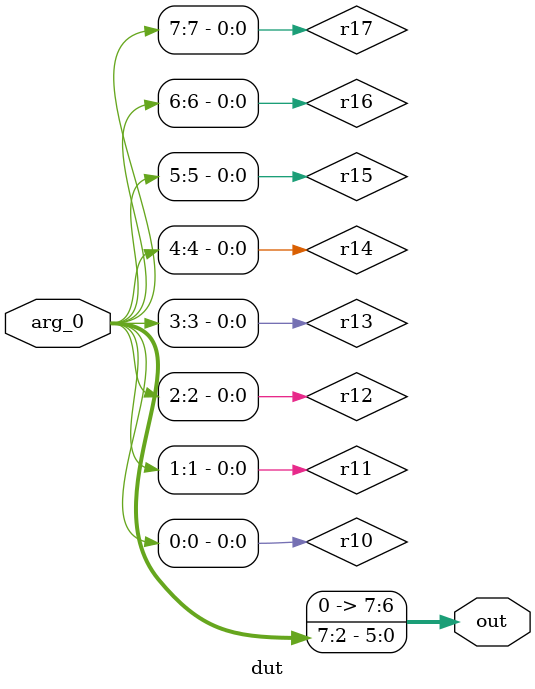
<source format=v>
module testbench();
    wire [7:0] out;
    reg [7:0] arg_0;
    dut t (.out(out),.arg_0(arg_0));
    initial begin
        arg_0 = 8'b00000000;
        #0;
        if (8'b00000000 !== out) begin
            $display("ASSERTION FAILED 0x%0h !== 0x%0h CASE 0", 8'b00000000, out);
            $finish;
        end
        arg_0 = 8'b00000001;
        #0;
        if (8'b00000000 !== out) begin
            $display("ASSERTION FAILED 0x%0h !== 0x%0h CASE 1", 8'b00000000, out);
            $finish;
        end
        arg_0 = 8'b00000010;
        #0;
        if (8'b00000000 !== out) begin
            $display("ASSERTION FAILED 0x%0h !== 0x%0h CASE 2", 8'b00000000, out);
            $finish;
        end
        arg_0 = 8'b00000011;
        #0;
        if (8'b00000000 !== out) begin
            $display("ASSERTION FAILED 0x%0h !== 0x%0h CASE 3", 8'b00000000, out);
            $finish;
        end
        arg_0 = 8'b00000100;
        #0;
        if (8'b00000001 !== out) begin
            $display("ASSERTION FAILED 0x%0h !== 0x%0h CASE 4", 8'b00000001, out);
            $finish;
        end
        arg_0 = 8'b00000101;
        #0;
        if (8'b00000001 !== out) begin
            $display("ASSERTION FAILED 0x%0h !== 0x%0h CASE 5", 8'b00000001, out);
            $finish;
        end
        arg_0 = 8'b00000110;
        #0;
        if (8'b00000001 !== out) begin
            $display("ASSERTION FAILED 0x%0h !== 0x%0h CASE 6", 8'b00000001, out);
            $finish;
        end
        arg_0 = 8'b00000111;
        #0;
        if (8'b00000001 !== out) begin
            $display("ASSERTION FAILED 0x%0h !== 0x%0h CASE 7", 8'b00000001, out);
            $finish;
        end
        arg_0 = 8'b00001000;
        #0;
        if (8'b00000010 !== out) begin
            $display("ASSERTION FAILED 0x%0h !== 0x%0h CASE 8", 8'b00000010, out);
            $finish;
        end
        arg_0 = 8'b00001001;
        #0;
        if (8'b00000010 !== out) begin
            $display("ASSERTION FAILED 0x%0h !== 0x%0h CASE 9", 8'b00000010, out);
            $finish;
        end
        arg_0 = 8'b00001010;
        #0;
        if (8'b00000010 !== out) begin
            $display("ASSERTION FAILED 0x%0h !== 0x%0h CASE 10", 8'b00000010, out);
            $finish;
        end
        arg_0 = 8'b00001011;
        #0;
        if (8'b00000010 !== out) begin
            $display("ASSERTION FAILED 0x%0h !== 0x%0h CASE 11", 8'b00000010, out);
            $finish;
        end
        arg_0 = 8'b00001100;
        #0;
        if (8'b00000011 !== out) begin
            $display("ASSERTION FAILED 0x%0h !== 0x%0h CASE 12", 8'b00000011, out);
            $finish;
        end
        arg_0 = 8'b00001101;
        #0;
        if (8'b00000011 !== out) begin
            $display("ASSERTION FAILED 0x%0h !== 0x%0h CASE 13", 8'b00000011, out);
            $finish;
        end
        arg_0 = 8'b00001110;
        #0;
        if (8'b00000011 !== out) begin
            $display("ASSERTION FAILED 0x%0h !== 0x%0h CASE 14", 8'b00000011, out);
            $finish;
        end
        arg_0 = 8'b00001111;
        #0;
        if (8'b00000011 !== out) begin
            $display("ASSERTION FAILED 0x%0h !== 0x%0h CASE 15", 8'b00000011, out);
            $finish;
        end
        arg_0 = 8'b00010000;
        #0;
        if (8'b00000100 !== out) begin
            $display("ASSERTION FAILED 0x%0h !== 0x%0h CASE 16", 8'b00000100, out);
            $finish;
        end
        arg_0 = 8'b00010001;
        #0;
        if (8'b00000100 !== out) begin
            $display("ASSERTION FAILED 0x%0h !== 0x%0h CASE 17", 8'b00000100, out);
            $finish;
        end
        arg_0 = 8'b00010010;
        #0;
        if (8'b00000100 !== out) begin
            $display("ASSERTION FAILED 0x%0h !== 0x%0h CASE 18", 8'b00000100, out);
            $finish;
        end
        arg_0 = 8'b00010011;
        #0;
        if (8'b00000100 !== out) begin
            $display("ASSERTION FAILED 0x%0h !== 0x%0h CASE 19", 8'b00000100, out);
            $finish;
        end
        arg_0 = 8'b00010100;
        #0;
        if (8'b00000101 !== out) begin
            $display("ASSERTION FAILED 0x%0h !== 0x%0h CASE 20", 8'b00000101, out);
            $finish;
        end
        arg_0 = 8'b00010101;
        #0;
        if (8'b00000101 !== out) begin
            $display("ASSERTION FAILED 0x%0h !== 0x%0h CASE 21", 8'b00000101, out);
            $finish;
        end
        arg_0 = 8'b00010110;
        #0;
        if (8'b00000101 !== out) begin
            $display("ASSERTION FAILED 0x%0h !== 0x%0h CASE 22", 8'b00000101, out);
            $finish;
        end
        arg_0 = 8'b00010111;
        #0;
        if (8'b00000101 !== out) begin
            $display("ASSERTION FAILED 0x%0h !== 0x%0h CASE 23", 8'b00000101, out);
            $finish;
        end
        arg_0 = 8'b00011000;
        #0;
        if (8'b00000110 !== out) begin
            $display("ASSERTION FAILED 0x%0h !== 0x%0h CASE 24", 8'b00000110, out);
            $finish;
        end
        arg_0 = 8'b00011001;
        #0;
        if (8'b00000110 !== out) begin
            $display("ASSERTION FAILED 0x%0h !== 0x%0h CASE 25", 8'b00000110, out);
            $finish;
        end
        arg_0 = 8'b00011010;
        #0;
        if (8'b00000110 !== out) begin
            $display("ASSERTION FAILED 0x%0h !== 0x%0h CASE 26", 8'b00000110, out);
            $finish;
        end
        arg_0 = 8'b00011011;
        #0;
        if (8'b00000110 !== out) begin
            $display("ASSERTION FAILED 0x%0h !== 0x%0h CASE 27", 8'b00000110, out);
            $finish;
        end
        arg_0 = 8'b00011100;
        #0;
        if (8'b00000111 !== out) begin
            $display("ASSERTION FAILED 0x%0h !== 0x%0h CASE 28", 8'b00000111, out);
            $finish;
        end
        arg_0 = 8'b00011101;
        #0;
        if (8'b00000111 !== out) begin
            $display("ASSERTION FAILED 0x%0h !== 0x%0h CASE 29", 8'b00000111, out);
            $finish;
        end
        arg_0 = 8'b00011110;
        #0;
        if (8'b00000111 !== out) begin
            $display("ASSERTION FAILED 0x%0h !== 0x%0h CASE 30", 8'b00000111, out);
            $finish;
        end
        arg_0 = 8'b00011111;
        #0;
        if (8'b00000111 !== out) begin
            $display("ASSERTION FAILED 0x%0h !== 0x%0h CASE 31", 8'b00000111, out);
            $finish;
        end
        arg_0 = 8'b00100000;
        #0;
        if (8'b00001000 !== out) begin
            $display("ASSERTION FAILED 0x%0h !== 0x%0h CASE 32", 8'b00001000, out);
            $finish;
        end
        arg_0 = 8'b00100001;
        #0;
        if (8'b00001000 !== out) begin
            $display("ASSERTION FAILED 0x%0h !== 0x%0h CASE 33", 8'b00001000, out);
            $finish;
        end
        arg_0 = 8'b00100010;
        #0;
        if (8'b00001000 !== out) begin
            $display("ASSERTION FAILED 0x%0h !== 0x%0h CASE 34", 8'b00001000, out);
            $finish;
        end
        arg_0 = 8'b00100011;
        #0;
        if (8'b00001000 !== out) begin
            $display("ASSERTION FAILED 0x%0h !== 0x%0h CASE 35", 8'b00001000, out);
            $finish;
        end
        arg_0 = 8'b00100100;
        #0;
        if (8'b00001001 !== out) begin
            $display("ASSERTION FAILED 0x%0h !== 0x%0h CASE 36", 8'b00001001, out);
            $finish;
        end
        arg_0 = 8'b00100101;
        #0;
        if (8'b00001001 !== out) begin
            $display("ASSERTION FAILED 0x%0h !== 0x%0h CASE 37", 8'b00001001, out);
            $finish;
        end
        arg_0 = 8'b00100110;
        #0;
        if (8'b00001001 !== out) begin
            $display("ASSERTION FAILED 0x%0h !== 0x%0h CASE 38", 8'b00001001, out);
            $finish;
        end
        arg_0 = 8'b00100111;
        #0;
        if (8'b00001001 !== out) begin
            $display("ASSERTION FAILED 0x%0h !== 0x%0h CASE 39", 8'b00001001, out);
            $finish;
        end
        arg_0 = 8'b00101000;
        #0;
        if (8'b00001010 !== out) begin
            $display("ASSERTION FAILED 0x%0h !== 0x%0h CASE 40", 8'b00001010, out);
            $finish;
        end
        arg_0 = 8'b00101001;
        #0;
        if (8'b00001010 !== out) begin
            $display("ASSERTION FAILED 0x%0h !== 0x%0h CASE 41", 8'b00001010, out);
            $finish;
        end
        arg_0 = 8'b00101010;
        #0;
        if (8'b00001010 !== out) begin
            $display("ASSERTION FAILED 0x%0h !== 0x%0h CASE 42", 8'b00001010, out);
            $finish;
        end
        arg_0 = 8'b00101011;
        #0;
        if (8'b00001010 !== out) begin
            $display("ASSERTION FAILED 0x%0h !== 0x%0h CASE 43", 8'b00001010, out);
            $finish;
        end
        arg_0 = 8'b00101100;
        #0;
        if (8'b00001011 !== out) begin
            $display("ASSERTION FAILED 0x%0h !== 0x%0h CASE 44", 8'b00001011, out);
            $finish;
        end
        arg_0 = 8'b00101101;
        #0;
        if (8'b00001011 !== out) begin
            $display("ASSERTION FAILED 0x%0h !== 0x%0h CASE 45", 8'b00001011, out);
            $finish;
        end
        arg_0 = 8'b00101110;
        #0;
        if (8'b00001011 !== out) begin
            $display("ASSERTION FAILED 0x%0h !== 0x%0h CASE 46", 8'b00001011, out);
            $finish;
        end
        arg_0 = 8'b00101111;
        #0;
        if (8'b00001011 !== out) begin
            $display("ASSERTION FAILED 0x%0h !== 0x%0h CASE 47", 8'b00001011, out);
            $finish;
        end
        arg_0 = 8'b00110000;
        #0;
        if (8'b00001100 !== out) begin
            $display("ASSERTION FAILED 0x%0h !== 0x%0h CASE 48", 8'b00001100, out);
            $finish;
        end
        arg_0 = 8'b00110001;
        #0;
        if (8'b00001100 !== out) begin
            $display("ASSERTION FAILED 0x%0h !== 0x%0h CASE 49", 8'b00001100, out);
            $finish;
        end
        arg_0 = 8'b00110010;
        #0;
        if (8'b00001100 !== out) begin
            $display("ASSERTION FAILED 0x%0h !== 0x%0h CASE 50", 8'b00001100, out);
            $finish;
        end
        arg_0 = 8'b00110011;
        #0;
        if (8'b00001100 !== out) begin
            $display("ASSERTION FAILED 0x%0h !== 0x%0h CASE 51", 8'b00001100, out);
            $finish;
        end
        arg_0 = 8'b00110100;
        #0;
        if (8'b00001101 !== out) begin
            $display("ASSERTION FAILED 0x%0h !== 0x%0h CASE 52", 8'b00001101, out);
            $finish;
        end
        arg_0 = 8'b00110101;
        #0;
        if (8'b00001101 !== out) begin
            $display("ASSERTION FAILED 0x%0h !== 0x%0h CASE 53", 8'b00001101, out);
            $finish;
        end
        arg_0 = 8'b00110110;
        #0;
        if (8'b00001101 !== out) begin
            $display("ASSERTION FAILED 0x%0h !== 0x%0h CASE 54", 8'b00001101, out);
            $finish;
        end
        arg_0 = 8'b00110111;
        #0;
        if (8'b00001101 !== out) begin
            $display("ASSERTION FAILED 0x%0h !== 0x%0h CASE 55", 8'b00001101, out);
            $finish;
        end
        arg_0 = 8'b00111000;
        #0;
        if (8'b00001110 !== out) begin
            $display("ASSERTION FAILED 0x%0h !== 0x%0h CASE 56", 8'b00001110, out);
            $finish;
        end
        arg_0 = 8'b00111001;
        #0;
        if (8'b00001110 !== out) begin
            $display("ASSERTION FAILED 0x%0h !== 0x%0h CASE 57", 8'b00001110, out);
            $finish;
        end
        arg_0 = 8'b00111010;
        #0;
        if (8'b00001110 !== out) begin
            $display("ASSERTION FAILED 0x%0h !== 0x%0h CASE 58", 8'b00001110, out);
            $finish;
        end
        arg_0 = 8'b00111011;
        #0;
        if (8'b00001110 !== out) begin
            $display("ASSERTION FAILED 0x%0h !== 0x%0h CASE 59", 8'b00001110, out);
            $finish;
        end
        arg_0 = 8'b00111100;
        #0;
        if (8'b00001111 !== out) begin
            $display("ASSERTION FAILED 0x%0h !== 0x%0h CASE 60", 8'b00001111, out);
            $finish;
        end
        arg_0 = 8'b00111101;
        #0;
        if (8'b00001111 !== out) begin
            $display("ASSERTION FAILED 0x%0h !== 0x%0h CASE 61", 8'b00001111, out);
            $finish;
        end
        arg_0 = 8'b00111110;
        #0;
        if (8'b00001111 !== out) begin
            $display("ASSERTION FAILED 0x%0h !== 0x%0h CASE 62", 8'b00001111, out);
            $finish;
        end
        arg_0 = 8'b00111111;
        #0;
        if (8'b00001111 !== out) begin
            $display("ASSERTION FAILED 0x%0h !== 0x%0h CASE 63", 8'b00001111, out);
            $finish;
        end
        arg_0 = 8'b01000000;
        #0;
        if (8'b00010000 !== out) begin
            $display("ASSERTION FAILED 0x%0h !== 0x%0h CASE 64", 8'b00010000, out);
            $finish;
        end
        arg_0 = 8'b01000001;
        #0;
        if (8'b00010000 !== out) begin
            $display("ASSERTION FAILED 0x%0h !== 0x%0h CASE 65", 8'b00010000, out);
            $finish;
        end
        arg_0 = 8'b01000010;
        #0;
        if (8'b00010000 !== out) begin
            $display("ASSERTION FAILED 0x%0h !== 0x%0h CASE 66", 8'b00010000, out);
            $finish;
        end
        arg_0 = 8'b01000011;
        #0;
        if (8'b00010000 !== out) begin
            $display("ASSERTION FAILED 0x%0h !== 0x%0h CASE 67", 8'b00010000, out);
            $finish;
        end
        arg_0 = 8'b01000100;
        #0;
        if (8'b00010001 !== out) begin
            $display("ASSERTION FAILED 0x%0h !== 0x%0h CASE 68", 8'b00010001, out);
            $finish;
        end
        arg_0 = 8'b01000101;
        #0;
        if (8'b00010001 !== out) begin
            $display("ASSERTION FAILED 0x%0h !== 0x%0h CASE 69", 8'b00010001, out);
            $finish;
        end
        arg_0 = 8'b01000110;
        #0;
        if (8'b00010001 !== out) begin
            $display("ASSERTION FAILED 0x%0h !== 0x%0h CASE 70", 8'b00010001, out);
            $finish;
        end
        arg_0 = 8'b01000111;
        #0;
        if (8'b00010001 !== out) begin
            $display("ASSERTION FAILED 0x%0h !== 0x%0h CASE 71", 8'b00010001, out);
            $finish;
        end
        arg_0 = 8'b01001000;
        #0;
        if (8'b00010010 !== out) begin
            $display("ASSERTION FAILED 0x%0h !== 0x%0h CASE 72", 8'b00010010, out);
            $finish;
        end
        arg_0 = 8'b01001001;
        #0;
        if (8'b00010010 !== out) begin
            $display("ASSERTION FAILED 0x%0h !== 0x%0h CASE 73", 8'b00010010, out);
            $finish;
        end
        arg_0 = 8'b01001010;
        #0;
        if (8'b00010010 !== out) begin
            $display("ASSERTION FAILED 0x%0h !== 0x%0h CASE 74", 8'b00010010, out);
            $finish;
        end
        arg_0 = 8'b01001011;
        #0;
        if (8'b00010010 !== out) begin
            $display("ASSERTION FAILED 0x%0h !== 0x%0h CASE 75", 8'b00010010, out);
            $finish;
        end
        arg_0 = 8'b01001100;
        #0;
        if (8'b00010011 !== out) begin
            $display("ASSERTION FAILED 0x%0h !== 0x%0h CASE 76", 8'b00010011, out);
            $finish;
        end
        arg_0 = 8'b01001101;
        #0;
        if (8'b00010011 !== out) begin
            $display("ASSERTION FAILED 0x%0h !== 0x%0h CASE 77", 8'b00010011, out);
            $finish;
        end
        arg_0 = 8'b01001110;
        #0;
        if (8'b00010011 !== out) begin
            $display("ASSERTION FAILED 0x%0h !== 0x%0h CASE 78", 8'b00010011, out);
            $finish;
        end
        arg_0 = 8'b01001111;
        #0;
        if (8'b00010011 !== out) begin
            $display("ASSERTION FAILED 0x%0h !== 0x%0h CASE 79", 8'b00010011, out);
            $finish;
        end
        arg_0 = 8'b01010000;
        #0;
        if (8'b00010100 !== out) begin
            $display("ASSERTION FAILED 0x%0h !== 0x%0h CASE 80", 8'b00010100, out);
            $finish;
        end
        arg_0 = 8'b01010001;
        #0;
        if (8'b00010100 !== out) begin
            $display("ASSERTION FAILED 0x%0h !== 0x%0h CASE 81", 8'b00010100, out);
            $finish;
        end
        arg_0 = 8'b01010010;
        #0;
        if (8'b00010100 !== out) begin
            $display("ASSERTION FAILED 0x%0h !== 0x%0h CASE 82", 8'b00010100, out);
            $finish;
        end
        arg_0 = 8'b01010011;
        #0;
        if (8'b00010100 !== out) begin
            $display("ASSERTION FAILED 0x%0h !== 0x%0h CASE 83", 8'b00010100, out);
            $finish;
        end
        arg_0 = 8'b01010100;
        #0;
        if (8'b00010101 !== out) begin
            $display("ASSERTION FAILED 0x%0h !== 0x%0h CASE 84", 8'b00010101, out);
            $finish;
        end
        arg_0 = 8'b01010101;
        #0;
        if (8'b00010101 !== out) begin
            $display("ASSERTION FAILED 0x%0h !== 0x%0h CASE 85", 8'b00010101, out);
            $finish;
        end
        arg_0 = 8'b01010110;
        #0;
        if (8'b00010101 !== out) begin
            $display("ASSERTION FAILED 0x%0h !== 0x%0h CASE 86", 8'b00010101, out);
            $finish;
        end
        arg_0 = 8'b01010111;
        #0;
        if (8'b00010101 !== out) begin
            $display("ASSERTION FAILED 0x%0h !== 0x%0h CASE 87", 8'b00010101, out);
            $finish;
        end
        arg_0 = 8'b01011000;
        #0;
        if (8'b00010110 !== out) begin
            $display("ASSERTION FAILED 0x%0h !== 0x%0h CASE 88", 8'b00010110, out);
            $finish;
        end
        arg_0 = 8'b01011001;
        #0;
        if (8'b00010110 !== out) begin
            $display("ASSERTION FAILED 0x%0h !== 0x%0h CASE 89", 8'b00010110, out);
            $finish;
        end
        arg_0 = 8'b01011010;
        #0;
        if (8'b00010110 !== out) begin
            $display("ASSERTION FAILED 0x%0h !== 0x%0h CASE 90", 8'b00010110, out);
            $finish;
        end
        arg_0 = 8'b01011011;
        #0;
        if (8'b00010110 !== out) begin
            $display("ASSERTION FAILED 0x%0h !== 0x%0h CASE 91", 8'b00010110, out);
            $finish;
        end
        arg_0 = 8'b01011100;
        #0;
        if (8'b00010111 !== out) begin
            $display("ASSERTION FAILED 0x%0h !== 0x%0h CASE 92", 8'b00010111, out);
            $finish;
        end
        arg_0 = 8'b01011101;
        #0;
        if (8'b00010111 !== out) begin
            $display("ASSERTION FAILED 0x%0h !== 0x%0h CASE 93", 8'b00010111, out);
            $finish;
        end
        arg_0 = 8'b01011110;
        #0;
        if (8'b00010111 !== out) begin
            $display("ASSERTION FAILED 0x%0h !== 0x%0h CASE 94", 8'b00010111, out);
            $finish;
        end
        arg_0 = 8'b01011111;
        #0;
        if (8'b00010111 !== out) begin
            $display("ASSERTION FAILED 0x%0h !== 0x%0h CASE 95", 8'b00010111, out);
            $finish;
        end
        arg_0 = 8'b01100000;
        #0;
        if (8'b00011000 !== out) begin
            $display("ASSERTION FAILED 0x%0h !== 0x%0h CASE 96", 8'b00011000, out);
            $finish;
        end
        arg_0 = 8'b01100001;
        #0;
        if (8'b00011000 !== out) begin
            $display("ASSERTION FAILED 0x%0h !== 0x%0h CASE 97", 8'b00011000, out);
            $finish;
        end
        arg_0 = 8'b01100010;
        #0;
        if (8'b00011000 !== out) begin
            $display("ASSERTION FAILED 0x%0h !== 0x%0h CASE 98", 8'b00011000, out);
            $finish;
        end
        arg_0 = 8'b01100011;
        #0;
        if (8'b00011000 !== out) begin
            $display("ASSERTION FAILED 0x%0h !== 0x%0h CASE 99", 8'b00011000, out);
            $finish;
        end
        arg_0 = 8'b01100100;
        #0;
        if (8'b00011001 !== out) begin
            $display("ASSERTION FAILED 0x%0h !== 0x%0h CASE 100", 8'b00011001, out);
            $finish;
        end
        arg_0 = 8'b01100101;
        #0;
        if (8'b00011001 !== out) begin
            $display("ASSERTION FAILED 0x%0h !== 0x%0h CASE 101", 8'b00011001, out);
            $finish;
        end
        arg_0 = 8'b01100110;
        #0;
        if (8'b00011001 !== out) begin
            $display("ASSERTION FAILED 0x%0h !== 0x%0h CASE 102", 8'b00011001, out);
            $finish;
        end
        arg_0 = 8'b01100111;
        #0;
        if (8'b00011001 !== out) begin
            $display("ASSERTION FAILED 0x%0h !== 0x%0h CASE 103", 8'b00011001, out);
            $finish;
        end
        arg_0 = 8'b01101000;
        #0;
        if (8'b00011010 !== out) begin
            $display("ASSERTION FAILED 0x%0h !== 0x%0h CASE 104", 8'b00011010, out);
            $finish;
        end
        arg_0 = 8'b01101001;
        #0;
        if (8'b00011010 !== out) begin
            $display("ASSERTION FAILED 0x%0h !== 0x%0h CASE 105", 8'b00011010, out);
            $finish;
        end
        arg_0 = 8'b01101010;
        #0;
        if (8'b00011010 !== out) begin
            $display("ASSERTION FAILED 0x%0h !== 0x%0h CASE 106", 8'b00011010, out);
            $finish;
        end
        arg_0 = 8'b01101011;
        #0;
        if (8'b00011010 !== out) begin
            $display("ASSERTION FAILED 0x%0h !== 0x%0h CASE 107", 8'b00011010, out);
            $finish;
        end
        arg_0 = 8'b01101100;
        #0;
        if (8'b00011011 !== out) begin
            $display("ASSERTION FAILED 0x%0h !== 0x%0h CASE 108", 8'b00011011, out);
            $finish;
        end
        arg_0 = 8'b01101101;
        #0;
        if (8'b00011011 !== out) begin
            $display("ASSERTION FAILED 0x%0h !== 0x%0h CASE 109", 8'b00011011, out);
            $finish;
        end
        arg_0 = 8'b01101110;
        #0;
        if (8'b00011011 !== out) begin
            $display("ASSERTION FAILED 0x%0h !== 0x%0h CASE 110", 8'b00011011, out);
            $finish;
        end
        arg_0 = 8'b01101111;
        #0;
        if (8'b00011011 !== out) begin
            $display("ASSERTION FAILED 0x%0h !== 0x%0h CASE 111", 8'b00011011, out);
            $finish;
        end
        arg_0 = 8'b01110000;
        #0;
        if (8'b00011100 !== out) begin
            $display("ASSERTION FAILED 0x%0h !== 0x%0h CASE 112", 8'b00011100, out);
            $finish;
        end
        arg_0 = 8'b01110001;
        #0;
        if (8'b00011100 !== out) begin
            $display("ASSERTION FAILED 0x%0h !== 0x%0h CASE 113", 8'b00011100, out);
            $finish;
        end
        arg_0 = 8'b01110010;
        #0;
        if (8'b00011100 !== out) begin
            $display("ASSERTION FAILED 0x%0h !== 0x%0h CASE 114", 8'b00011100, out);
            $finish;
        end
        arg_0 = 8'b01110011;
        #0;
        if (8'b00011100 !== out) begin
            $display("ASSERTION FAILED 0x%0h !== 0x%0h CASE 115", 8'b00011100, out);
            $finish;
        end
        arg_0 = 8'b01110100;
        #0;
        if (8'b00011101 !== out) begin
            $display("ASSERTION FAILED 0x%0h !== 0x%0h CASE 116", 8'b00011101, out);
            $finish;
        end
        arg_0 = 8'b01110101;
        #0;
        if (8'b00011101 !== out) begin
            $display("ASSERTION FAILED 0x%0h !== 0x%0h CASE 117", 8'b00011101, out);
            $finish;
        end
        arg_0 = 8'b01110110;
        #0;
        if (8'b00011101 !== out) begin
            $display("ASSERTION FAILED 0x%0h !== 0x%0h CASE 118", 8'b00011101, out);
            $finish;
        end
        arg_0 = 8'b01110111;
        #0;
        if (8'b00011101 !== out) begin
            $display("ASSERTION FAILED 0x%0h !== 0x%0h CASE 119", 8'b00011101, out);
            $finish;
        end
        arg_0 = 8'b01111000;
        #0;
        if (8'b00011110 !== out) begin
            $display("ASSERTION FAILED 0x%0h !== 0x%0h CASE 120", 8'b00011110, out);
            $finish;
        end
        arg_0 = 8'b01111001;
        #0;
        if (8'b00011110 !== out) begin
            $display("ASSERTION FAILED 0x%0h !== 0x%0h CASE 121", 8'b00011110, out);
            $finish;
        end
        arg_0 = 8'b01111010;
        #0;
        if (8'b00011110 !== out) begin
            $display("ASSERTION FAILED 0x%0h !== 0x%0h CASE 122", 8'b00011110, out);
            $finish;
        end
        arg_0 = 8'b01111011;
        #0;
        if (8'b00011110 !== out) begin
            $display("ASSERTION FAILED 0x%0h !== 0x%0h CASE 123", 8'b00011110, out);
            $finish;
        end
        arg_0 = 8'b01111100;
        #0;
        if (8'b00011111 !== out) begin
            $display("ASSERTION FAILED 0x%0h !== 0x%0h CASE 124", 8'b00011111, out);
            $finish;
        end
        arg_0 = 8'b01111101;
        #0;
        if (8'b00011111 !== out) begin
            $display("ASSERTION FAILED 0x%0h !== 0x%0h CASE 125", 8'b00011111, out);
            $finish;
        end
        arg_0 = 8'b01111110;
        #0;
        if (8'b00011111 !== out) begin
            $display("ASSERTION FAILED 0x%0h !== 0x%0h CASE 126", 8'b00011111, out);
            $finish;
        end
        arg_0 = 8'b01111111;
        #0;
        if (8'b00011111 !== out) begin
            $display("ASSERTION FAILED 0x%0h !== 0x%0h CASE 127", 8'b00011111, out);
            $finish;
        end
        arg_0 = 8'b10000000;
        #0;
        if (8'b00100000 !== out) begin
            $display("ASSERTION FAILED 0x%0h !== 0x%0h CASE 128", 8'b00100000, out);
            $finish;
        end
        arg_0 = 8'b10000001;
        #0;
        if (8'b00100000 !== out) begin
            $display("ASSERTION FAILED 0x%0h !== 0x%0h CASE 129", 8'b00100000, out);
            $finish;
        end
        arg_0 = 8'b10000010;
        #0;
        if (8'b00100000 !== out) begin
            $display("ASSERTION FAILED 0x%0h !== 0x%0h CASE 130", 8'b00100000, out);
            $finish;
        end
        arg_0 = 8'b10000011;
        #0;
        if (8'b00100000 !== out) begin
            $display("ASSERTION FAILED 0x%0h !== 0x%0h CASE 131", 8'b00100000, out);
            $finish;
        end
        arg_0 = 8'b10000100;
        #0;
        if (8'b00100001 !== out) begin
            $display("ASSERTION FAILED 0x%0h !== 0x%0h CASE 132", 8'b00100001, out);
            $finish;
        end
        arg_0 = 8'b10000101;
        #0;
        if (8'b00100001 !== out) begin
            $display("ASSERTION FAILED 0x%0h !== 0x%0h CASE 133", 8'b00100001, out);
            $finish;
        end
        arg_0 = 8'b10000110;
        #0;
        if (8'b00100001 !== out) begin
            $display("ASSERTION FAILED 0x%0h !== 0x%0h CASE 134", 8'b00100001, out);
            $finish;
        end
        arg_0 = 8'b10000111;
        #0;
        if (8'b00100001 !== out) begin
            $display("ASSERTION FAILED 0x%0h !== 0x%0h CASE 135", 8'b00100001, out);
            $finish;
        end
        arg_0 = 8'b10001000;
        #0;
        if (8'b00100010 !== out) begin
            $display("ASSERTION FAILED 0x%0h !== 0x%0h CASE 136", 8'b00100010, out);
            $finish;
        end
        arg_0 = 8'b10001001;
        #0;
        if (8'b00100010 !== out) begin
            $display("ASSERTION FAILED 0x%0h !== 0x%0h CASE 137", 8'b00100010, out);
            $finish;
        end
        arg_0 = 8'b10001010;
        #0;
        if (8'b00100010 !== out) begin
            $display("ASSERTION FAILED 0x%0h !== 0x%0h CASE 138", 8'b00100010, out);
            $finish;
        end
        arg_0 = 8'b10001011;
        #0;
        if (8'b00100010 !== out) begin
            $display("ASSERTION FAILED 0x%0h !== 0x%0h CASE 139", 8'b00100010, out);
            $finish;
        end
        arg_0 = 8'b10001100;
        #0;
        if (8'b00100011 !== out) begin
            $display("ASSERTION FAILED 0x%0h !== 0x%0h CASE 140", 8'b00100011, out);
            $finish;
        end
        arg_0 = 8'b10001101;
        #0;
        if (8'b00100011 !== out) begin
            $display("ASSERTION FAILED 0x%0h !== 0x%0h CASE 141", 8'b00100011, out);
            $finish;
        end
        arg_0 = 8'b10001110;
        #0;
        if (8'b00100011 !== out) begin
            $display("ASSERTION FAILED 0x%0h !== 0x%0h CASE 142", 8'b00100011, out);
            $finish;
        end
        arg_0 = 8'b10001111;
        #0;
        if (8'b00100011 !== out) begin
            $display("ASSERTION FAILED 0x%0h !== 0x%0h CASE 143", 8'b00100011, out);
            $finish;
        end
        arg_0 = 8'b10010000;
        #0;
        if (8'b00100100 !== out) begin
            $display("ASSERTION FAILED 0x%0h !== 0x%0h CASE 144", 8'b00100100, out);
            $finish;
        end
        arg_0 = 8'b10010001;
        #0;
        if (8'b00100100 !== out) begin
            $display("ASSERTION FAILED 0x%0h !== 0x%0h CASE 145", 8'b00100100, out);
            $finish;
        end
        arg_0 = 8'b10010010;
        #0;
        if (8'b00100100 !== out) begin
            $display("ASSERTION FAILED 0x%0h !== 0x%0h CASE 146", 8'b00100100, out);
            $finish;
        end
        arg_0 = 8'b10010011;
        #0;
        if (8'b00100100 !== out) begin
            $display("ASSERTION FAILED 0x%0h !== 0x%0h CASE 147", 8'b00100100, out);
            $finish;
        end
        arg_0 = 8'b10010100;
        #0;
        if (8'b00100101 !== out) begin
            $display("ASSERTION FAILED 0x%0h !== 0x%0h CASE 148", 8'b00100101, out);
            $finish;
        end
        arg_0 = 8'b10010101;
        #0;
        if (8'b00100101 !== out) begin
            $display("ASSERTION FAILED 0x%0h !== 0x%0h CASE 149", 8'b00100101, out);
            $finish;
        end
        arg_0 = 8'b10010110;
        #0;
        if (8'b00100101 !== out) begin
            $display("ASSERTION FAILED 0x%0h !== 0x%0h CASE 150", 8'b00100101, out);
            $finish;
        end
        arg_0 = 8'b10010111;
        #0;
        if (8'b00100101 !== out) begin
            $display("ASSERTION FAILED 0x%0h !== 0x%0h CASE 151", 8'b00100101, out);
            $finish;
        end
        arg_0 = 8'b10011000;
        #0;
        if (8'b00100110 !== out) begin
            $display("ASSERTION FAILED 0x%0h !== 0x%0h CASE 152", 8'b00100110, out);
            $finish;
        end
        arg_0 = 8'b10011001;
        #0;
        if (8'b00100110 !== out) begin
            $display("ASSERTION FAILED 0x%0h !== 0x%0h CASE 153", 8'b00100110, out);
            $finish;
        end
        arg_0 = 8'b10011010;
        #0;
        if (8'b00100110 !== out) begin
            $display("ASSERTION FAILED 0x%0h !== 0x%0h CASE 154", 8'b00100110, out);
            $finish;
        end
        arg_0 = 8'b10011011;
        #0;
        if (8'b00100110 !== out) begin
            $display("ASSERTION FAILED 0x%0h !== 0x%0h CASE 155", 8'b00100110, out);
            $finish;
        end
        arg_0 = 8'b10011100;
        #0;
        if (8'b00100111 !== out) begin
            $display("ASSERTION FAILED 0x%0h !== 0x%0h CASE 156", 8'b00100111, out);
            $finish;
        end
        arg_0 = 8'b10011101;
        #0;
        if (8'b00100111 !== out) begin
            $display("ASSERTION FAILED 0x%0h !== 0x%0h CASE 157", 8'b00100111, out);
            $finish;
        end
        arg_0 = 8'b10011110;
        #0;
        if (8'b00100111 !== out) begin
            $display("ASSERTION FAILED 0x%0h !== 0x%0h CASE 158", 8'b00100111, out);
            $finish;
        end
        arg_0 = 8'b10011111;
        #0;
        if (8'b00100111 !== out) begin
            $display("ASSERTION FAILED 0x%0h !== 0x%0h CASE 159", 8'b00100111, out);
            $finish;
        end
        arg_0 = 8'b10100000;
        #0;
        if (8'b00101000 !== out) begin
            $display("ASSERTION FAILED 0x%0h !== 0x%0h CASE 160", 8'b00101000, out);
            $finish;
        end
        arg_0 = 8'b10100001;
        #0;
        if (8'b00101000 !== out) begin
            $display("ASSERTION FAILED 0x%0h !== 0x%0h CASE 161", 8'b00101000, out);
            $finish;
        end
        arg_0 = 8'b10100010;
        #0;
        if (8'b00101000 !== out) begin
            $display("ASSERTION FAILED 0x%0h !== 0x%0h CASE 162", 8'b00101000, out);
            $finish;
        end
        arg_0 = 8'b10100011;
        #0;
        if (8'b00101000 !== out) begin
            $display("ASSERTION FAILED 0x%0h !== 0x%0h CASE 163", 8'b00101000, out);
            $finish;
        end
        arg_0 = 8'b10100100;
        #0;
        if (8'b00101001 !== out) begin
            $display("ASSERTION FAILED 0x%0h !== 0x%0h CASE 164", 8'b00101001, out);
            $finish;
        end
        arg_0 = 8'b10100101;
        #0;
        if (8'b00101001 !== out) begin
            $display("ASSERTION FAILED 0x%0h !== 0x%0h CASE 165", 8'b00101001, out);
            $finish;
        end
        arg_0 = 8'b10100110;
        #0;
        if (8'b00101001 !== out) begin
            $display("ASSERTION FAILED 0x%0h !== 0x%0h CASE 166", 8'b00101001, out);
            $finish;
        end
        arg_0 = 8'b10100111;
        #0;
        if (8'b00101001 !== out) begin
            $display("ASSERTION FAILED 0x%0h !== 0x%0h CASE 167", 8'b00101001, out);
            $finish;
        end
        arg_0 = 8'b10101000;
        #0;
        if (8'b00101010 !== out) begin
            $display("ASSERTION FAILED 0x%0h !== 0x%0h CASE 168", 8'b00101010, out);
            $finish;
        end
        arg_0 = 8'b10101001;
        #0;
        if (8'b00101010 !== out) begin
            $display("ASSERTION FAILED 0x%0h !== 0x%0h CASE 169", 8'b00101010, out);
            $finish;
        end
        arg_0 = 8'b10101010;
        #0;
        if (8'b00101010 !== out) begin
            $display("ASSERTION FAILED 0x%0h !== 0x%0h CASE 170", 8'b00101010, out);
            $finish;
        end
        arg_0 = 8'b10101011;
        #0;
        if (8'b00101010 !== out) begin
            $display("ASSERTION FAILED 0x%0h !== 0x%0h CASE 171", 8'b00101010, out);
            $finish;
        end
        arg_0 = 8'b10101100;
        #0;
        if (8'b00101011 !== out) begin
            $display("ASSERTION FAILED 0x%0h !== 0x%0h CASE 172", 8'b00101011, out);
            $finish;
        end
        arg_0 = 8'b10101101;
        #0;
        if (8'b00101011 !== out) begin
            $display("ASSERTION FAILED 0x%0h !== 0x%0h CASE 173", 8'b00101011, out);
            $finish;
        end
        arg_0 = 8'b10101110;
        #0;
        if (8'b00101011 !== out) begin
            $display("ASSERTION FAILED 0x%0h !== 0x%0h CASE 174", 8'b00101011, out);
            $finish;
        end
        arg_0 = 8'b10101111;
        #0;
        if (8'b00101011 !== out) begin
            $display("ASSERTION FAILED 0x%0h !== 0x%0h CASE 175", 8'b00101011, out);
            $finish;
        end
        arg_0 = 8'b10110000;
        #0;
        if (8'b00101100 !== out) begin
            $display("ASSERTION FAILED 0x%0h !== 0x%0h CASE 176", 8'b00101100, out);
            $finish;
        end
        arg_0 = 8'b10110001;
        #0;
        if (8'b00101100 !== out) begin
            $display("ASSERTION FAILED 0x%0h !== 0x%0h CASE 177", 8'b00101100, out);
            $finish;
        end
        arg_0 = 8'b10110010;
        #0;
        if (8'b00101100 !== out) begin
            $display("ASSERTION FAILED 0x%0h !== 0x%0h CASE 178", 8'b00101100, out);
            $finish;
        end
        arg_0 = 8'b10110011;
        #0;
        if (8'b00101100 !== out) begin
            $display("ASSERTION FAILED 0x%0h !== 0x%0h CASE 179", 8'b00101100, out);
            $finish;
        end
        arg_0 = 8'b10110100;
        #0;
        if (8'b00101101 !== out) begin
            $display("ASSERTION FAILED 0x%0h !== 0x%0h CASE 180", 8'b00101101, out);
            $finish;
        end
        arg_0 = 8'b10110101;
        #0;
        if (8'b00101101 !== out) begin
            $display("ASSERTION FAILED 0x%0h !== 0x%0h CASE 181", 8'b00101101, out);
            $finish;
        end
        arg_0 = 8'b10110110;
        #0;
        if (8'b00101101 !== out) begin
            $display("ASSERTION FAILED 0x%0h !== 0x%0h CASE 182", 8'b00101101, out);
            $finish;
        end
        arg_0 = 8'b10110111;
        #0;
        if (8'b00101101 !== out) begin
            $display("ASSERTION FAILED 0x%0h !== 0x%0h CASE 183", 8'b00101101, out);
            $finish;
        end
        arg_0 = 8'b10111000;
        #0;
        if (8'b00101110 !== out) begin
            $display("ASSERTION FAILED 0x%0h !== 0x%0h CASE 184", 8'b00101110, out);
            $finish;
        end
        arg_0 = 8'b10111001;
        #0;
        if (8'b00101110 !== out) begin
            $display("ASSERTION FAILED 0x%0h !== 0x%0h CASE 185", 8'b00101110, out);
            $finish;
        end
        arg_0 = 8'b10111010;
        #0;
        if (8'b00101110 !== out) begin
            $display("ASSERTION FAILED 0x%0h !== 0x%0h CASE 186", 8'b00101110, out);
            $finish;
        end
        arg_0 = 8'b10111011;
        #0;
        if (8'b00101110 !== out) begin
            $display("ASSERTION FAILED 0x%0h !== 0x%0h CASE 187", 8'b00101110, out);
            $finish;
        end
        arg_0 = 8'b10111100;
        #0;
        if (8'b00101111 !== out) begin
            $display("ASSERTION FAILED 0x%0h !== 0x%0h CASE 188", 8'b00101111, out);
            $finish;
        end
        arg_0 = 8'b10111101;
        #0;
        if (8'b00101111 !== out) begin
            $display("ASSERTION FAILED 0x%0h !== 0x%0h CASE 189", 8'b00101111, out);
            $finish;
        end
        arg_0 = 8'b10111110;
        #0;
        if (8'b00101111 !== out) begin
            $display("ASSERTION FAILED 0x%0h !== 0x%0h CASE 190", 8'b00101111, out);
            $finish;
        end
        arg_0 = 8'b10111111;
        #0;
        if (8'b00101111 !== out) begin
            $display("ASSERTION FAILED 0x%0h !== 0x%0h CASE 191", 8'b00101111, out);
            $finish;
        end
        arg_0 = 8'b11000000;
        #0;
        if (8'b00110000 !== out) begin
            $display("ASSERTION FAILED 0x%0h !== 0x%0h CASE 192", 8'b00110000, out);
            $finish;
        end
        arg_0 = 8'b11000001;
        #0;
        if (8'b00110000 !== out) begin
            $display("ASSERTION FAILED 0x%0h !== 0x%0h CASE 193", 8'b00110000, out);
            $finish;
        end
        arg_0 = 8'b11000010;
        #0;
        if (8'b00110000 !== out) begin
            $display("ASSERTION FAILED 0x%0h !== 0x%0h CASE 194", 8'b00110000, out);
            $finish;
        end
        arg_0 = 8'b11000011;
        #0;
        if (8'b00110000 !== out) begin
            $display("ASSERTION FAILED 0x%0h !== 0x%0h CASE 195", 8'b00110000, out);
            $finish;
        end
        arg_0 = 8'b11000100;
        #0;
        if (8'b00110001 !== out) begin
            $display("ASSERTION FAILED 0x%0h !== 0x%0h CASE 196", 8'b00110001, out);
            $finish;
        end
        arg_0 = 8'b11000101;
        #0;
        if (8'b00110001 !== out) begin
            $display("ASSERTION FAILED 0x%0h !== 0x%0h CASE 197", 8'b00110001, out);
            $finish;
        end
        arg_0 = 8'b11000110;
        #0;
        if (8'b00110001 !== out) begin
            $display("ASSERTION FAILED 0x%0h !== 0x%0h CASE 198", 8'b00110001, out);
            $finish;
        end
        arg_0 = 8'b11000111;
        #0;
        if (8'b00110001 !== out) begin
            $display("ASSERTION FAILED 0x%0h !== 0x%0h CASE 199", 8'b00110001, out);
            $finish;
        end
        arg_0 = 8'b11001000;
        #0;
        if (8'b00110010 !== out) begin
            $display("ASSERTION FAILED 0x%0h !== 0x%0h CASE 200", 8'b00110010, out);
            $finish;
        end
        arg_0 = 8'b11001001;
        #0;
        if (8'b00110010 !== out) begin
            $display("ASSERTION FAILED 0x%0h !== 0x%0h CASE 201", 8'b00110010, out);
            $finish;
        end
        arg_0 = 8'b11001010;
        #0;
        if (8'b00110010 !== out) begin
            $display("ASSERTION FAILED 0x%0h !== 0x%0h CASE 202", 8'b00110010, out);
            $finish;
        end
        arg_0 = 8'b11001011;
        #0;
        if (8'b00110010 !== out) begin
            $display("ASSERTION FAILED 0x%0h !== 0x%0h CASE 203", 8'b00110010, out);
            $finish;
        end
        arg_0 = 8'b11001100;
        #0;
        if (8'b00110011 !== out) begin
            $display("ASSERTION FAILED 0x%0h !== 0x%0h CASE 204", 8'b00110011, out);
            $finish;
        end
        arg_0 = 8'b11001101;
        #0;
        if (8'b00110011 !== out) begin
            $display("ASSERTION FAILED 0x%0h !== 0x%0h CASE 205", 8'b00110011, out);
            $finish;
        end
        arg_0 = 8'b11001110;
        #0;
        if (8'b00110011 !== out) begin
            $display("ASSERTION FAILED 0x%0h !== 0x%0h CASE 206", 8'b00110011, out);
            $finish;
        end
        arg_0 = 8'b11001111;
        #0;
        if (8'b00110011 !== out) begin
            $display("ASSERTION FAILED 0x%0h !== 0x%0h CASE 207", 8'b00110011, out);
            $finish;
        end
        arg_0 = 8'b11010000;
        #0;
        if (8'b00110100 !== out) begin
            $display("ASSERTION FAILED 0x%0h !== 0x%0h CASE 208", 8'b00110100, out);
            $finish;
        end
        arg_0 = 8'b11010001;
        #0;
        if (8'b00110100 !== out) begin
            $display("ASSERTION FAILED 0x%0h !== 0x%0h CASE 209", 8'b00110100, out);
            $finish;
        end
        arg_0 = 8'b11010010;
        #0;
        if (8'b00110100 !== out) begin
            $display("ASSERTION FAILED 0x%0h !== 0x%0h CASE 210", 8'b00110100, out);
            $finish;
        end
        arg_0 = 8'b11010011;
        #0;
        if (8'b00110100 !== out) begin
            $display("ASSERTION FAILED 0x%0h !== 0x%0h CASE 211", 8'b00110100, out);
            $finish;
        end
        arg_0 = 8'b11010100;
        #0;
        if (8'b00110101 !== out) begin
            $display("ASSERTION FAILED 0x%0h !== 0x%0h CASE 212", 8'b00110101, out);
            $finish;
        end
        arg_0 = 8'b11010101;
        #0;
        if (8'b00110101 !== out) begin
            $display("ASSERTION FAILED 0x%0h !== 0x%0h CASE 213", 8'b00110101, out);
            $finish;
        end
        arg_0 = 8'b11010110;
        #0;
        if (8'b00110101 !== out) begin
            $display("ASSERTION FAILED 0x%0h !== 0x%0h CASE 214", 8'b00110101, out);
            $finish;
        end
        arg_0 = 8'b11010111;
        #0;
        if (8'b00110101 !== out) begin
            $display("ASSERTION FAILED 0x%0h !== 0x%0h CASE 215", 8'b00110101, out);
            $finish;
        end
        arg_0 = 8'b11011000;
        #0;
        if (8'b00110110 !== out) begin
            $display("ASSERTION FAILED 0x%0h !== 0x%0h CASE 216", 8'b00110110, out);
            $finish;
        end
        arg_0 = 8'b11011001;
        #0;
        if (8'b00110110 !== out) begin
            $display("ASSERTION FAILED 0x%0h !== 0x%0h CASE 217", 8'b00110110, out);
            $finish;
        end
        arg_0 = 8'b11011010;
        #0;
        if (8'b00110110 !== out) begin
            $display("ASSERTION FAILED 0x%0h !== 0x%0h CASE 218", 8'b00110110, out);
            $finish;
        end
        arg_0 = 8'b11011011;
        #0;
        if (8'b00110110 !== out) begin
            $display("ASSERTION FAILED 0x%0h !== 0x%0h CASE 219", 8'b00110110, out);
            $finish;
        end
        arg_0 = 8'b11011100;
        #0;
        if (8'b00110111 !== out) begin
            $display("ASSERTION FAILED 0x%0h !== 0x%0h CASE 220", 8'b00110111, out);
            $finish;
        end
        arg_0 = 8'b11011101;
        #0;
        if (8'b00110111 !== out) begin
            $display("ASSERTION FAILED 0x%0h !== 0x%0h CASE 221", 8'b00110111, out);
            $finish;
        end
        arg_0 = 8'b11011110;
        #0;
        if (8'b00110111 !== out) begin
            $display("ASSERTION FAILED 0x%0h !== 0x%0h CASE 222", 8'b00110111, out);
            $finish;
        end
        arg_0 = 8'b11011111;
        #0;
        if (8'b00110111 !== out) begin
            $display("ASSERTION FAILED 0x%0h !== 0x%0h CASE 223", 8'b00110111, out);
            $finish;
        end
        arg_0 = 8'b11100000;
        #0;
        if (8'b00111000 !== out) begin
            $display("ASSERTION FAILED 0x%0h !== 0x%0h CASE 224", 8'b00111000, out);
            $finish;
        end
        arg_0 = 8'b11100001;
        #0;
        if (8'b00111000 !== out) begin
            $display("ASSERTION FAILED 0x%0h !== 0x%0h CASE 225", 8'b00111000, out);
            $finish;
        end
        arg_0 = 8'b11100010;
        #0;
        if (8'b00111000 !== out) begin
            $display("ASSERTION FAILED 0x%0h !== 0x%0h CASE 226", 8'b00111000, out);
            $finish;
        end
        arg_0 = 8'b11100011;
        #0;
        if (8'b00111000 !== out) begin
            $display("ASSERTION FAILED 0x%0h !== 0x%0h CASE 227", 8'b00111000, out);
            $finish;
        end
        arg_0 = 8'b11100100;
        #0;
        if (8'b00111001 !== out) begin
            $display("ASSERTION FAILED 0x%0h !== 0x%0h CASE 228", 8'b00111001, out);
            $finish;
        end
        arg_0 = 8'b11100101;
        #0;
        if (8'b00111001 !== out) begin
            $display("ASSERTION FAILED 0x%0h !== 0x%0h CASE 229", 8'b00111001, out);
            $finish;
        end
        arg_0 = 8'b11100110;
        #0;
        if (8'b00111001 !== out) begin
            $display("ASSERTION FAILED 0x%0h !== 0x%0h CASE 230", 8'b00111001, out);
            $finish;
        end
        arg_0 = 8'b11100111;
        #0;
        if (8'b00111001 !== out) begin
            $display("ASSERTION FAILED 0x%0h !== 0x%0h CASE 231", 8'b00111001, out);
            $finish;
        end
        arg_0 = 8'b11101000;
        #0;
        if (8'b00111010 !== out) begin
            $display("ASSERTION FAILED 0x%0h !== 0x%0h CASE 232", 8'b00111010, out);
            $finish;
        end
        arg_0 = 8'b11101001;
        #0;
        if (8'b00111010 !== out) begin
            $display("ASSERTION FAILED 0x%0h !== 0x%0h CASE 233", 8'b00111010, out);
            $finish;
        end
        arg_0 = 8'b11101010;
        #0;
        if (8'b00111010 !== out) begin
            $display("ASSERTION FAILED 0x%0h !== 0x%0h CASE 234", 8'b00111010, out);
            $finish;
        end
        arg_0 = 8'b11101011;
        #0;
        if (8'b00111010 !== out) begin
            $display("ASSERTION FAILED 0x%0h !== 0x%0h CASE 235", 8'b00111010, out);
            $finish;
        end
        arg_0 = 8'b11101100;
        #0;
        if (8'b00111011 !== out) begin
            $display("ASSERTION FAILED 0x%0h !== 0x%0h CASE 236", 8'b00111011, out);
            $finish;
        end
        arg_0 = 8'b11101101;
        #0;
        if (8'b00111011 !== out) begin
            $display("ASSERTION FAILED 0x%0h !== 0x%0h CASE 237", 8'b00111011, out);
            $finish;
        end
        arg_0 = 8'b11101110;
        #0;
        if (8'b00111011 !== out) begin
            $display("ASSERTION FAILED 0x%0h !== 0x%0h CASE 238", 8'b00111011, out);
            $finish;
        end
        arg_0 = 8'b11101111;
        #0;
        if (8'b00111011 !== out) begin
            $display("ASSERTION FAILED 0x%0h !== 0x%0h CASE 239", 8'b00111011, out);
            $finish;
        end
        arg_0 = 8'b11110000;
        #0;
        if (8'b00111100 !== out) begin
            $display("ASSERTION FAILED 0x%0h !== 0x%0h CASE 240", 8'b00111100, out);
            $finish;
        end
        arg_0 = 8'b11110001;
        #0;
        if (8'b00111100 !== out) begin
            $display("ASSERTION FAILED 0x%0h !== 0x%0h CASE 241", 8'b00111100, out);
            $finish;
        end
        arg_0 = 8'b11110010;
        #0;
        if (8'b00111100 !== out) begin
            $display("ASSERTION FAILED 0x%0h !== 0x%0h CASE 242", 8'b00111100, out);
            $finish;
        end
        arg_0 = 8'b11110011;
        #0;
        if (8'b00111100 !== out) begin
            $display("ASSERTION FAILED 0x%0h !== 0x%0h CASE 243", 8'b00111100, out);
            $finish;
        end
        arg_0 = 8'b11110100;
        #0;
        if (8'b00111101 !== out) begin
            $display("ASSERTION FAILED 0x%0h !== 0x%0h CASE 244", 8'b00111101, out);
            $finish;
        end
        arg_0 = 8'b11110101;
        #0;
        if (8'b00111101 !== out) begin
            $display("ASSERTION FAILED 0x%0h !== 0x%0h CASE 245", 8'b00111101, out);
            $finish;
        end
        arg_0 = 8'b11110110;
        #0;
        if (8'b00111101 !== out) begin
            $display("ASSERTION FAILED 0x%0h !== 0x%0h CASE 246", 8'b00111101, out);
            $finish;
        end
        arg_0 = 8'b11110111;
        #0;
        if (8'b00111101 !== out) begin
            $display("ASSERTION FAILED 0x%0h !== 0x%0h CASE 247", 8'b00111101, out);
            $finish;
        end
        arg_0 = 8'b11111000;
        #0;
        if (8'b00111110 !== out) begin
            $display("ASSERTION FAILED 0x%0h !== 0x%0h CASE 248", 8'b00111110, out);
            $finish;
        end
        arg_0 = 8'b11111001;
        #0;
        if (8'b00111110 !== out) begin
            $display("ASSERTION FAILED 0x%0h !== 0x%0h CASE 249", 8'b00111110, out);
            $finish;
        end
        arg_0 = 8'b11111010;
        #0;
        if (8'b00111110 !== out) begin
            $display("ASSERTION FAILED 0x%0h !== 0x%0h CASE 250", 8'b00111110, out);
            $finish;
        end
        arg_0 = 8'b11111011;
        #0;
        if (8'b00111110 !== out) begin
            $display("ASSERTION FAILED 0x%0h !== 0x%0h CASE 251", 8'b00111110, out);
            $finish;
        end
        arg_0 = 8'b11111100;
        #0;
        if (8'b00111111 !== out) begin
            $display("ASSERTION FAILED 0x%0h !== 0x%0h CASE 252", 8'b00111111, out);
            $finish;
        end
        arg_0 = 8'b11111101;
        #0;
        if (8'b00111111 !== out) begin
            $display("ASSERTION FAILED 0x%0h !== 0x%0h CASE 253", 8'b00111111, out);
            $finish;
        end
        arg_0 = 8'b11111110;
        #0;
        if (8'b00111111 !== out) begin
            $display("ASSERTION FAILED 0x%0h !== 0x%0h CASE 254", 8'b00111111, out);
            $finish;
        end
        arg_0 = 8'b11111111;
        #0;
        if (8'b00111111 !== out) begin
            $display("ASSERTION FAILED 0x%0h !== 0x%0h CASE 255", 8'b00111111, out);
            $finish;
        end
        $display("TESTBENCH OK", );
        $finish;
    end
endmodule
//
module dut(input wire [7:0] arg_0, output reg [7:0] out);
    reg [0:0] r10;
    reg [0:0] r11;
    reg [0:0] r12;
    reg [0:0] r13;
    reg [0:0] r14;
    reg [0:0] r15;
    reg [0:0] r16;
    reg [0:0] r17;
    always @(*) begin
        r10 = arg_0[0];
        r11 = arg_0[1];
        r12 = arg_0[2];
        r13 = arg_0[3];
        r14 = arg_0[4];
        r15 = arg_0[5];
        r16 = arg_0[6];
        r17 = arg_0[7];
        // let a = a.val();
        //
        // let a = a >> 2;
        //
        // signal(a)
        //
        out = { 1'b0, 1'b0, r17, r16, r15, r14, r13, r12 };
    end
endmodule

</source>
